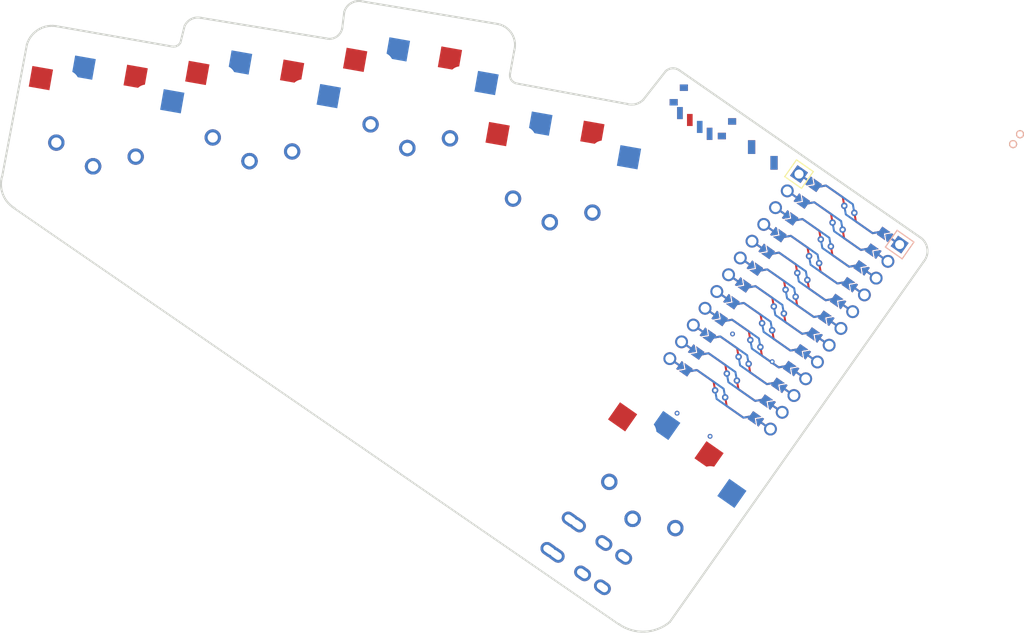
<source format=kicad_pcb>
(kicad_pcb (version 20211014) (generator pcbnew)
  (title_block (title "digits") (rev "v1.0.0") (company "Unknown"))
  (layers (0 "F.Cu" signal) (31 "B.Cu" signal) (34 "B.Paste" user) (35 "F.Paste" user) (36 "B.SilkS" user "B.Silkscreen") (37 "F.SilkS" user "F.Silkscreen") (38 "B.Mask" user) (39 "F.Mask" user) (44 "Edge.Cuts" user))
  (net 0 "")
  (net 1 "P6")
  (net 2 "GND")
  (net 3 "P7")
  (net 4 "P8")
  (net 5 "P9")
  (net 6 "P10")
  (net 7 "RAW")
  (net 8 "RST")
  (net 9 "VCC")
  (net 10 "P21")
  (net 11 "P20")
  (net 12 "P19")
  (net 13 "P18")
  (net 14 "P15")
  (net 15 "P14")
  (net 16 "P16")
  (net 17 "P1")
  (net 18 "P0")
  (net 19 "P2")
  (net 20 "P3")
  (net 21 "P4")
  (net 22 "P5")
  (net 23 "pos")
  (footprint "lib:bat" (layer "F.Cu") (at 219.438071 86.941381 -35)
    (fp_text reference "")
    (fp_text value "")
  )
  (footprint "Button_Switch_SMD:SW_SPST_B3U-1000P" (layer "F.Cu") (at 187.96 88.9 -35)
    (fp_text reference "")
    (fp_text value "")
  )
  (footprint "PG1350" (layer "F.Cu") (at 175.193661 129.207587 -35)
    (fp_text reference "S9" hide)
    (fp_text value "" hide)
  )
  (footprint "PG1350" (layer "F.Cu") (at 175.193661 129.207587 145)
    (fp_text reference "S10" hide)
    (fp_text value "" hide)
  )
  (footprint "ProMicro" (layer "F.Cu") (at 190.680224 107.090481 -125)
    (fp_text reference "MCU1" hide)
    (fp_text value "")
  )
  (footprint "PG1350" (layer "F.Cu") (at 144.890541 82.231838 170)
    (fp_text reference "S6" hide)
    (fp_text value "" hide)
  )
  (footprint "PG1350" (layer "F.Cu") (at 162.56 91.44 170)
    (fp_text reference "S8" hide)
    (fp_text value "" hide)
  )
  (footprint "PG1350" (layer "F.Cu") (at 105.905013 84.496477 170)
    (fp_text reference "S2" hide)
    (fp_text value "" hide)
  )
  (footprint "Button_Switch_SMD:SW_SPDT_PCM12" (layer "F.Cu") (at 180.34 83.82 145)
    (fp_text reference "")
    (fp_text value "")
  )
  (footprint "PG1350" (layer "F.Cu") (at 144.890541 82.231838 -10)
    (fp_text reference "S5" hide)
    (fp_text value "" hide)
  )
  (footprint "PG1350" (layer "F.Cu") (at 125.310953 83.856561 170)
    (fp_text reference "S4" hide)
    (fp_text value "" hide)
  )
  (footprint "PG1350" (layer "F.Cu") (at 125.310953 83.856561 -10)
    (fp_text reference "S3" hide)
    (fp_text value "" hide)
  )
  (footprint "PG1350" (layer "F.Cu") (at 162.56 91.44 -10)
    (fp_text reference "S7" hide)
    (fp_text value "" hide)
  )
  (footprint "VIA-0.6mm" (layer "F.Cu") (at 181.420576 123.801523 -35)
    (fp_text reference "REF**" hide)
    (fp_text value "VIA-0.6mm" hide)
  )
  (footprint "VIA-0.6mm" (layer "F.Cu") (at 177.324816 120.933641 -35)
    (fp_text reference "REF**" hide)
    (fp_text value "VIA-0.6mm" hide)
  )
  (footprint "VIA-0.6mm" (layer "F.Cu") (at 189.122645 114.545275 -35)
    (fp_text reference "REF**" hide)
    (fp_text value "VIA-0.6mm" hide)
  )
  (footprint "VIA-0.6mm" (layer "F.Cu") (at 184.207733 111.103816 -35)
    (fp_text reference "REF**" hide)
    (fp_text value "VIA-0.6mm" hide)
  )
  (footprint "PG1350" (layer "F.Cu") (at 105.905013 84.496477 -10)
    (fp_text reference "S1" hide)
    (fp_text value "" hide)
  )
  (footprint "TRRS-PJ-320A-dual" (layer "F.Cu") (at 170.685774 144.362749 -125)
    (fp_text reference "REF**")
    (fp_text value "TRRS-PJ-320A-dual")
  )
  (gr_line (start 138.096752 69.793612) (end 138.33348 69.83984) (layer "Edge.Cuts") (width 0.2))
  (gr_line (start 93.459046 92.103956) (end 93.514672 91.771978) (layer "Edge.Cuts") (width 0.2))
  (gr_line (start 94.5896 95.070422) (end 94.86392 95.300292) (layer "Edge.Cuts") (width 0.2))
  (gr_line (start 138.324336 69.888608) (end 138.32332 69.888608) (layer "Edge.Cuts") (width 0.2))
  (gr_line (start 172.733462 82.340704) (end 172.931836 82.202528) (layer "Edge.Cuts") (width 0.2))
  (gr_line (start 177.58664 78.352904) (end 177.586894 78.352904) (layer "Edge.Cuts") (width 0.2))
  (gr_line (start 207.817466 99.428554) (end 207.623156 99.24669) (layer "Edge.Cuts") (width 0.2))
  (gr_line (start 173.106334 82.046826) (end 173.107858 82.040984) (layer "Edge.Cuts") (width 0.2))
  (gr_line (start 93.649292 91.460574) (end 93.649292 91.462098) (layer "Edge.Cuts") (width 0.2))
  (gr_line (start 96.902016 74.579734) (end 97.073212 74.29627) (layer "Edge.Cuts") (width 0.2))
  (gr_line (start 174.566326 147.851622) (end 174.15002 147.955762) (layer "Edge.Cuts") (width 0.2))
  (gr_line (start 115.613434 75.077574) (end 115.699794 74.942192) (layer "Edge.Cuts") (width 0.2))
  (gr_line (start 133.753606 74.461116) (end 133.753606 74.461116) (layer "Edge.Cuts") (width 0.2))
  (gr_line (start 173.297088 148.01469) (end 173.721014 147.980146) (layer "Edge.Cuts") (width 0.2))
  (gr_line (start 118.250208 71.915528) (end 118.018814 71.87946) (layer "Edge.Cuts") (width 0.2))
  (gr_line (start 116.50726 72.509634) (end 116.364766 72.706484) (layer "Edge.Cuts") (width 0.2))
  (gr_line (start 93.514672 91.771978) (end 93.601032 91.449398) (layer "Edge.Cuts") (width 0.2))
  (gr_line (start 208.237328 100.101908) (end 208.127346 99.859592) (layer "Edge.Cuts") (width 0.2))
  (gr_line (start 135.38327 73.950068) (end 135.519922 73.775316) (layer "Edge.Cuts") (width 0.2))
  (gr_line (start 99.574604 72.909176) (end 99.250246 72.946768) (layer "Edge.Cuts") (width 0.2))
  (gr_line (start 134.848346 74.338688) (end 135.04418 74.234548) (layer "Edge.Cuts") (width 0.2))
  (gr_line (start 133.974078 74.507598) (end 133.753606 74.461116) (layer "Edge.Cuts") (width 0.2))
  (gr_line (start 97.497138 73.78827) (end 97.74555 73.568814) (layer "Edge.Cuts") (width 0.2))
  (gr_line (start 96.649032 75.193906) (end 96.649794 75.192636) (layer "Edge.Cuts") (width 0.2))
  (gr_line (start 156.612844 79.115158) (end 156.64688 79.290672) (layer "Edge.Cuts") (width 0.2))
  (gr_line (start 93.601032 91.449398) (end 96.649032 75.193906) (layer "Edge.Cuts") (width 0.2))
  (gr_line (start 177.411126 78.252066) (end 177.586386 78.35265) (layer "Edge.Cuts") (width 0.2))
  (gr_line (start 117.526054 71.859648) (end 117.77345 71.829676) (layer "Edge.Cuts") (width 0.2))
  (gr_line (start 176.105312 147.107402) (end 175.744886 147.34032) (layer "Edge.Cuts") (width 0.2))
  (gr_line (start 134.639812 74.414634) (end 134.848346 74.338688) (layer "Edge.Cuts") (width 0.2))
  (gr_line (start 208.367884 100.884736) (end 208.35874 100.618798) (layer "Edge.Cuts") (width 0.2))
  (gr_line (start 172.960538 82.23885) (end 172.757592 82.380328) (layer "Edge.Cuts") (width 0.2))
  (gr_line (start 117.775736 71.875396) (end 117.53469 71.904606) (layer "Edge.Cuts") (width 0.2))
  (gr_line (start 171.196254 147.709636) (end 170.803062 147.537932) (layer "Edge.Cuts") (width 0.2))
  (gr_line (start 156.593032 78.749906) (end 157.101032 75.955906) (layer "Edge.Cuts") (width 0.2))
  (gr_line (start 157.191964 75.038712) (end 157.148784 74.733658) (layer "Edge.Cuts") (width 0.2))
  (gr_line (start 136.919716 70.01891) (end 137.13968 69.914516) (layer "Edge.Cuts") (width 0.2))
  (gr_line (start 118.258844 71.920608) (end 118.258082 71.920862) (layer "Edge.Cuts") (width 0.2))
  (gr_line (start 207.404462 99.095814) (end 207.403954 99.095052) (layer "Edge.Cuts") (width 0.2))
  (gr_line (start 136.283192 70.671944) (end 136.156954 70.898512) (layer "Edge.Cuts") (width 0.2))
  (gr_line (start 156.85008 73.853802) (end 156.998416 74.1299) (layer "Edge.Cuts") (width 0.2))
  (gr_line (start 174.553626 147.807934) (end 174.95647 147.671028) (layer "Edge.Cuts") (width 0.2))
  (gr_line (start 207.413098 99.097084) (end 207.404462 99.095814) (layer "Edge.Cuts") (width 0.2))
  (gr_line (start 136.623298 70.2818) (end 136.439656 70.465188) (layer "Edge.Cuts") (width 0.2))
  (gr_line (start 176.062386 78.355698) (end 176.237138 78.254352) (layer "Edge.Cuts") (width 0.2))
  (gr_line (start 171.6024 147.848574) (end 171.196254 147.709636) (layer "Edge.Cuts") (width 0.2))
  (gr_line (start 175.904398 78.48219) (end 175.904398 78.48219) (layer "Edge.Cuts") (width 0.2))
  (gr_line (start 136.01954 71.127112) (end 136.106408 70.899528) (layer "Edge.Cuts") (width 0.2))
  (gr_line (start 173.145196 82.074004) (end 173.145196 82.074004) (layer "Edge.Cuts") (width 0.2))
  (gr_line (start 208.404206 100.614226) (end 208.41335 100.88626) (layer "Edge.Cuts") (width 0.2))
  (gr_line (start 207.623156 99.24669) (end 207.414114 99.097338) (layer "Edge.Cuts") (width 0.2))
  (gr_line (start 136.018778 71.13143) (end 136.019794 71.129398) (layer "Edge.Cuts") (width 0.2))
  (gr_line (start 157.033468 79.89697) (end 156.88818 79.779368) (layer "Edge.Cuts") (width 0.2))
  (gr_line (start 116.644674 72.300338) (end 116.84 72.145652) (layer "Edge.Cuts") (width 0.2))
  (gr_line (start 156.567124 79.119984) (end 156.563822 78.93304) (layer "Edge.Cuts") (width 0.2))
  (gr_line (start 118.018814 71.87946) (end 117.775736 71.875396) (layer "Edge.Cuts") (width 0.2))
  (gr_line (start 133.76148 74.41184) (end 133.76275 74.412602) (layer "Edge.Cuts") (width 0.2))
  (gr_line (start 138.314684 69.882512) (end 138.06932 69.83603) (layer "Edge.Cuts") (width 0.2))
  (gr_line (start 208.35874 100.618798) (end 208.315052 100.356416) (layer "Edge.Cuts") (width 0.2))
  (gr_line (start 117.53469 71.904606) (end 117.29974 71.966582) (layer "Edge.Cuts") (width 0.2))
  (gr_line (start 95.135319 95.538925) (end 170.065319 147.100925) (layer "Edge.Cuts") (width 0.2))
  (gr_line (start 176.824132 78.165452) (end 176.629314 78.180438) (layer "Edge.Cuts") (width 0.2))
  (gr_line (start 157.148784 74.733658) (end 157.070044 74.435716) (layer "Edge.Cuts") (width 0.2))
  (gr_line (start 155.946348 73.014332) (end 155.674568 72.869044) (layer "Edge.Cuts") (width 0.2))
  (gr_line (start 176.237138 78.254352) (end 176.425352 78.17993) (layer "Edge.Cuts") (width 0.2))
  (gr_line (start 208.282286 101.408738) (end 208.34223 101.149658) (layer "Edge.Cuts") (width 0.2))
  (gr_line (start 97.111312 74.321924) (end 96.942402 74.601324) (layer "Edge.Cuts") (width 0.2))
  (gr_line (start 171.212764 147.666964) (end 171.615354 147.804632) (layer "Edge.Cuts") (width 0.2))
  (gr_line (start 135.764778 73.16343) (end 136.018778 71.13143) (layer "Edge.Cuts") (width 0.2))
  (gr_line (start 115.529106 75.23607) (end 115.386866 75.342496) (layer "Edge.Cuts") (width 0.2))
  (gr_line (start 156.602684 79.303372) (end 156.567124 79.119984) (layer "Edge.Cuts") (width 0.2))
  (gr_line (start 135.814054 73.170288) (end 135.814054 73.170796) (layer "Edge.Cuts") (width 0.2))
  (gr_line (start 207.905096 102.108) (end 207.905858 102.107492) (layer "Edge.Cuts") (width 0.2))
  (gr_line (start 177.025554 78.133956) (end 177.222912 78.178406) (layer "Edge.Cuts") (width 0.2))
  (gr_line (start 136.22147 70.684644) (end 136.362694 70.486016) (layer "Edge.Cuts") (width 0.2))
  (gr_line (start 115.362736 75.303126) (end 115.498118 75.201526) (layer "Edge.Cuts") (width 0.2))
  (gr_line (start 208.02346 99.60737) (end 208.167478 99.838002) (layer "Edge.Cuts") (width 0.2))
  (gr_line (start 136.439656 70.465188) (end 136.283192 70.671944) (layer "Edge.Cuts") (width 0.2))
  (gr_line (start 207.431894 99.054158) (end 207.651858 99.211384) (layer "Edge.Cuts") (width 0.2))
  (gr_line (start 156.42971 73.395078) (end 156.199078 73.190608) (layer "Edge.Cuts") (width 0.2))
  (gr_line (start 157.383988 79.99984) (end 171.099988 82.53984) (layer "Edge.Cuts") (width 0.2))
  (gr_line (start 134.201662 74.476864) (end 134.422896 74.461116) (layer "Edge.Cuts") (width 0.2))
  (gr_line (start 207.915002 102.10165) (end 208.0641 101.892862) (layer "Edge.Cuts") (width 0.2))
  (gr_line (start 134.4295 74.506836) (end 134.201916 74.523092) (layer "Edge.Cuts") (width 0.2))
  (gr_line (start 157.37713 80.001364) (end 157.383988 79.99984) (layer "Edge.Cuts") (width 0.2))
  (gr_line (start 100.233734 72.88784) (end 114.711734 75.42784) (layer "Edge.Cuts") (width 0.2))
  (gr_line (start 115.211098 75.379072) (end 115.362736 75.303126) (layer "Edge.Cuts") (width 0.2))
  (gr_line (start 96.64954 75.191366) (end 96.64954 75.191366) (layer "Edge.Cuts") (width 0.2))
  (gr_line (start 207.403192 99.095052) (end 177.558192 78.394052) (layer "Edge.Cuts") (width 0.2))
  (gr_line (start 136.830562 70.12559) (end 136.623298 70.2818) (layer "Edge.Cuts") (width 0.2))
  (gr_line (start 93.552264 93.228414) (end 93.642942 93.574616) (layer "Edge.Cuts") (width 0.2))
  (gr_line (start 176.445672 146.845528) (end 176.105312 147.107402) (layer "Edge.Cuts") (width 0.2))
  (gr_line (start 208.167478 99.838002) (end 208.28 100.085652) (layer "Edge.Cuts") (width 0.2))
  (gr_line (start 156.88818 79.779368) (end 156.765752 79.638144) (layer "Edge.Cuts") (width 0.2))
  (gr_line (start 156.669486 79.47787) (end 156.602684 79.303372) (layer "Edge.Cuts") (width 0.2))
  (gr_line (start 175.366426 147.542758) (end 174.972726 147.7137) (layer "Edge.Cuts") (width 0.2))
  (gr_line (start 155.098496 72.63384) (end 155.401772 72.713342) (layer "Edge.Cuts") (width 0.2))
  (gr_line (start 171.328588 82.647028) (end 171.090844 82.589116) (layer "Edge.Cuts") (width 0.2))
  (gr_line (start 156.920184 79.746094) (end 157.059122 79.85887) (layer "Edge.Cuts") (width 0.2))
  (gr_line (start 156.63672 78.767432) (end 156.609796 78.936342) (layer "Edge.Cuts") (width 0.2))
  (gr_line (start 133.771386 74.417936) (end 133.980428 74.461878) (layer "Edge.Cuts") (width 0.2))
  (gr_line (start 93.443552 92.776294) (end 93.43517 92.439744) (layer "Edge.Cuts") (width 0.2))
  (gr_line (start 136.362694 70.486016) (end 136.527794 70.3072) (layer "Edge.Cuts") (width 0.2))
  (gr_line (start 97.529142 73.821036) (end 97.3074 74.060812) (layer "Edge.Cuts") (width 0.2))
  (gr_line (start 171.109386 82.545936) (end 171.33697 82.601308) (layer "Edge.Cuts") (width 0.2))
  (gr_line (start 155.098496 72.681084) (end 155.089352 72.683116) (layer "Edge.Cuts") (width 0.2))
  (gr_line (start 156.765752 79.638144) (end 156.669486 79.47787) (layer "Edge.Cuts") (width 0.2))
  (gr_line (start 94.86392 95.300292) (end 95.151702 95.495364) (layer "Edge.Cuts") (width 0.2))
  (gr_line (start 176.44999 146.840956) (end 176.447196 146.842734) (layer "Edge.Cuts") (width 0.2))
  (gr_line (start 173.726602 148.025612) (end 173.298866 148.06041) (layer "Edge.Cuts") (width 0.2))
  (gr_line (start 172.02785 147.908772) (end 172.447458 147.978876) (layer "Edge.Cuts") (width 0.2))
  (gr_line (start 175.721772 147.30095) (end 176.07915 147.070064) (layer "Edge.Cuts") (width 0.2))
  (gr_line (start 137.551922 69.847206) (end 137.299192 69.906388) (layer "Edge.Cuts") (width 0.2))
  (gr_line (start 172.931836 82.202528) (end 173.106334 82.046826) (layer "Edge.Cuts") (width 0.2))
  (gr_line (start 170.448224 147.295362) (end 170.822874 147.496784) (layer "Edge.Cuts") (width 0.2))
  (gr_line (start 135.71474 73.377806) (end 135.76681 73.170796) (layer "Edge.Cuts") (width 0.2))
  (gr_line (start 114.703352 75.477116) (end 114.703352 75.477116) (layer "Edge.Cuts") (width 0.2))
  (gr_line (start 118.269004 71.872094) (end 133.76148 74.41184) (layer "Edge.Cuts") (width 0.2))
  (gr_line (start 170.098974 147.068032) (end 170.099482 147.068794) (layer "Edge.Cuts") (width 0.2))
  (gr_line (start 171.577 82.629756) (end 171.819062 82.628994) (layer "Edge.Cuts") (width 0.2))
  (gr_line (start 115.386866 75.342496) (end 115.227862 75.421998) (layer "Edge.Cuts") (width 0.2))
  (gr_line (start 176.409096 146.812) (end 207.905096 102.108) (layer "Edge.Cuts") (width 0.2))
  (gr_line (start 171.819062 82.628994) (end 172.059092 82.599022) (layer "Edge.Cuts") (width 0.2))
  (gr_line (start 95.135446 95.539052) (end 95.135446 95.539052) (layer "Edge.Cuts") (width 0.2))
  (gr_line (start 114.879882 75.444096) (end 115.048538 75.42657) (layer "Edge.Cuts") (width 0.2))
  (gr_line (start 116.20881 72.902318) (end 116.325904 72.682354) (layer "Edge.Cuts") (width 0.2))
  (gr_line (start 157.10789 75.945492) (end 157.170374 75.653646) (layer "Edge.Cuts") (width 0.2))
  (gr_line (start 93.43517 92.439744) (end 93.459046 92.103956) (layer "Edge.Cuts") (width 0.2))
  (gr_line (start 136.06653 71.13143) (end 136.068308 71.137526) (layer "Edge.Cuts") (width 0.2))
  (gr_line (start 157.193488 74.724768) (end 157.23743 75.035156) (layer "Edge.Cuts") (width 0.2))
  (gr_line (start 99.242626 72.901556) (end 99.57181 72.863456) (layer "Edge.Cuts") (width 0.2))
  (gr_line (start 155.089352 72.683116) (end 138.325352 69.889116) (layer "Edge.Cuts") (width 0.2))
  (gr_line (start 97.073212 74.29627) (end 97.272348 74.031348) (layer "Edge.Cuts") (width 0.2))
  (gr_line (start 157.215332 75.660504) (end 157.150054 75.964796) (layer "Edge.Cuts") (width 0.2))
  (gr_line (start 135.814054 73.170796) (end 135.758428 73.392284) (layer "Edge.Cuts") (width 0.2))
  (gr_line (start 137.81024 69.823584) (end 137.551922 69.847206) (layer "Edge.Cuts") (width 0.2))
  (gr_line (start 114.711734 75.42784) (end 114.718592 75.432158) (layer "Edge.Cuts") (width 0.2))
  (gr_line (start 95.151702 95.495364) (end 95.153734 95.495618) (layer "Edge.Cuts") (width 0.2))
  (gr_line (start 177.391314 78.293722) (end 177.209196 78.222856) (layer "Edge.Cuts") (width 0.2))
  (gr_line (start 136.068308 71.137526) (end 135.814308 73.169526) (layer "Edge.Cuts") (width 0.2))
  (gr_line (start 170.099482 147.068794) (end 170.448224 147.295362) (layer "Edge.Cuts") (width 0.2))
  (gr_line (start 157.150054 75.96505) (end 156.642054 78.75905) (layer "Edge.Cuts") (width 0.2))
  (gr_line (start 133.980428 74.461878) (end 134.201662 74.476864) (layer "Edge.Cuts") (width 0.2))
  (gr_line (start 173.298866 148.06041) (end 172.869606 148.059902) (layer "Edge.Cuts") (width 0.2))
  (gr_line (start 137.853674 69.777864) (end 138.096752 69.793612) (layer "Edge.Cuts") (width 0.2))
  (gr_line (start 136.714484 70.150736) (end 136.919716 70.01891) (layer "Edge.Cuts") (width 0.2))
  (gr_line (start 118.258082 71.920862) (end 118.250716 71.915782) (layer "Edge.Cuts") (width 0.2))
  (gr_line (start 155.693618 72.827896) (end 155.96997 72.97547) (layer "Edge.Cuts") (width 0.2))
  (gr_line (start 207.906112 102.10673) (end 207.913986 102.102412) (layer "Edge.Cuts") (width 0.2))
  (gr_line (start 208.359502 100.346002) (end 208.404206 100.614226) (layer "Edge.Cuts") (width 0.2))
  (gr_line (start 138.33348 69.83984) (end 138.333734 69.83984) (layer "Edge.Cuts") (width 0.2))
  (gr_line (start 174.972726 147.7137) (end 174.566326 147.851622) (layer "Edge.Cuts") (width 0.2))
  (gr_line (start 208.189068 101.657912) (end 208.282286 101.408738) (layer "Edge.Cuts") (width 0.2))
  (gr_line (start 115.048538 75.42657) (end 115.211098 75.379072) (layer "Edge.Cuts") (width 0.2))
  (gr_line (start 157.070044 74.435716) (end 156.957014 74.149204) (layer "Edge.Cuts") (width 0.2))
  (gr_line (start 98.604578 73.076308) (end 98.919284 72.972676) (layer "Edge.Cuts") (width 0.2))
  (gr_line (start 133.764274 74.412348) (end 133.770878 74.417428) (layer "Edge.Cuts") (width 0.2))
  (gr_line (start 115.699286 74.938382) (end 116.207286 72.906382) (layer "Edge.Cuts") (width 0.2))
  (gr_line (start 93.650054 91.45905) (end 93.649292 91.460574) (layer "Edge.Cuts") (width 0.2))
  (gr_line (start 172.293788 82.540348) (end 172.519594 82.453988) (layer "Edge.Cuts") (width 0.2))
  (gr_line (start 176.622456 78.134718) (end 176.823878 78.119224) (layer "Edge.Cuts") (width 0.2))
  (gr_line (start 118.022624 71.83374) (end 118.26748 71.87184) (layer "Edge.Cuts") (width 0.2))
  (gr_line (start 117.77345 71.829676) (end 118.022624 71.83374) (layer "Edge.Cuts") (width 0.2))
  (gr_line (start 157.244796 75.348592) (end 157.215332 75.660504) (layer "Edge.Cuts") (width 0.2))
  (gr_line (start 171.33697 82.601308) (end 171.577 82.629756) (layer "Edge.Cuts") (width 0.2))
  (gr_line (start 157.150054 75.964796) (end 157.150054 75.96505) (layer "Edge.Cuts") (width 0.2))
  (gr_line (start 135.41756 73.981056) (end 135.253222 74.139552) (layer "Edge.Cuts") (width 0.2))
  (gr_line (start 173.145958 82.072734) (end 173.145196 82.074004) (layer "Edge.Cuts") (width 0.2))
  (gr_line (start 177.586386 78.35265) (end 177.58664 78.352904) (layer "Edge.Cuts") (width 0.2))
  (gr_line (start 98.302064 73.211182) (end 98.604578 73.076308) (layer "Edge.Cuts") (width 0.2))
  (gr_line (start 176.425352 78.17993) (end 176.622456 78.134718) (layer "Edge.Cuts") (width 0.2))
  (gr_line (start 156.593032 78.75016) (end 156.593032 78.749906) (layer "Edge.Cuts") (width 0.2))
  (gr_line (start 116.865908 72.183498) (end 116.675408 72.334374) (layer "Edge.Cuts") (width 0.2))
  (gr_line (start 207.431894 99.053904) (end 207.431894 99.054158) (layer "Edge.Cuts") (width 0.2))
  (gr_line (start 116.2558 72.918574) (end 115.7478 74.950574) (layer "Edge.Cuts") (width 0.2))
  (gr_line (start 93.768418 93.909642) (end 93.92793 94.229936) (layer "Edge.Cuts") (width 0.2))
  (gr_line (start 176.088548 78.394052) (end 175.942498 78.510892) (layer "Edge.Cuts") (width 0.2))
  (gr_line (start 115.498118 75.201526) (end 115.613434 75.077574) (layer "Edge.Cuts") (width 0.2))
  (gr_line (start 174.95647 147.671028) (end 175.346614 147.50161) (layer "Edge.Cuts") (width 0.2))
  (gr_line (start 100.23348 72.88784) (end 100.233734 72.88784) (layer "Edge.Cuts") (width 0.2))
  (gr_line (start 208.0641 101.892862) (end 208.189068 101.657912) (layer "Edge.Cuts") (width 0.2))
  (gr_line (start 98.322892 73.252076) (end 98.039428 73.414382) (layer "Edge.Cuts") (width 0.2))
  (gr_line (start 99.903026 72.858884) (end 100.232718 72.88784) (layer "Edge.Cuts") (width 0.2))
  (gr_line (start 171.090844 82.589116) (end 157.375098 80.049116) (layer "Edge.Cuts") (width 0.2))
  (gr_line (start 171.109132 82.545936) (end 171.109386 82.545936) (layer "Edge.Cuts") (width 0.2))
  (gr_line (start 171.821856 82.675222) (end 171.57446 82.675984) (layer "Edge.Cuts") (width 0.2))
  (gr_line (start 137.05713 69.999606) (end 136.830562 70.12559) (layer "Edge.Cuts") (width 0.2))
  (gr_line (start 207.651858 99.211384) (end 207.85074 99.397312) (layer "Edge.Cuts") (width 0.2))
  (gr_line (start 157.215586 79.945738) (end 157.37713 80.001364) (layer "Edge.Cuts") (width 0.2))
  (gr_line (start 134.652766 74.459084) (end 134.4295 74.506836) (layer "Edge.Cuts") (width 0.2))
  (gr_line (start 95.16237 95.497142) (end 95.162878 95.49765) (layer "Edge.Cuts") (width 0.2))
  (gr_line (start 177.222912 78.178406) (end 177.411126 78.252066) (layer "Edge.Cuts") (width 0.2))
  (gr_line (start 155.097988 72.634094) (end 155.098496 72.63384) (layer "Edge.Cuts") (width 0.2))
  (gr_line (start 172.059092 82.599022) (end 172.293788 82.540348) (layer "Edge.Cuts") (width 0.2))
  (gr_line (start 170.803062 147.537932) (end 170.42511 147.334478) (layer "Edge.Cuts") (width 0.2))
  (gr_line (start 138.316462 69.883528) (end 138.314684 69.882512) (layer "Edge.Cuts") (width 0.2))
  (gr_line (start 93.47962 92.517468) (end 93.497654 92.874846) (layer "Edge.Cuts") (width 0.2))
  (gr_line (start 156.6418 78.760574) (end 156.63672 78.767432) (layer "Edge.Cuts") (width 0.2))
  (gr_line (start 98.919284 72.972676) (end 99.242626 72.901556) (layer "Edge.Cuts") (width 0.2))
  (gr_line (start 208.28 100.085652) (end 208.359502 100.346002) (layer "Edge.Cuts") (width 0.2))
  (gr_line (start 96.760284 74.8792) (end 96.902016 74.579734) (layer "Edge.Cuts") (width 0.2))
  (gr_line (start 98.014536 73.376028) (end 98.302064 73.211182) (layer "Edge.Cuts") (width 0.2))
  (gr_line (start 134.867142 74.380852) (end 134.652766 74.459084) (layer "Edge.Cuts") (width 0.2))
  (gr_line (start 93.553788 91.806776) (end 93.498416 92.16009) (layer "Edge.Cuts") (width 0.2))
  (gr_line (start 175.744886 147.34032) (end 175.366426 147.542758) (layer "Edge.Cuts") (width 0.2))
  (gr_line (start 115.745768 74.955908) (end 115.65001 75.105768) (layer "Edge.Cuts") (width 0.2))
  (gr_line (start 133.770878 74.417428) (end 133.771386 74.417936) (layer "Edge.Cuts") (width 0.2))
  (gr_line (start 100.225098 72.937116) (end 100.217732 72.93229) (layer "Edge.Cuts") (width 0.2))
  (gr_line (start 172.44187 148.024088) (end 172.018452 147.953476) (layer "Edge.Cuts") (width 0.2))
  (gr_line (start 134.201916 74.523092) (end 133.974078 74.507598) (layer "Edge.Cuts") (width 0.2))
  (gr_line (start 156.461968 73.36282) (end 156.670502 73.596754) (layer "Edge.Cuts") (width 0.2))
  (gr_line (start 208.230724 101.676708) (end 208.102962 101.916992) (layer "Edge.Cuts") (width 0.2))
  (gr_line (start 97.74555 73.568814) (end 98.014536 73.376028) (layer "Edge.Cuts") (width 0.2))
  (gr_line (start 135.814308 73.169526) (end 135.814054 73.170288) (layer "Edge.Cuts") (width 0.2))
  (gr_line (start 173.107858 82.040984) (end 175.901858 78.484984) (layer "Edge.Cuts") (width 0.2))
  (gr_line (start 170.093894 147.060158) (end 170.093894 147.060158) (layer "Edge.Cuts") (width 0.2))
  (gr_line (start 174.15002 147.955762) (end 173.726602 148.025612) (layer "Edge.Cuts") (width 0.2))
  (gr_line (start 172.538644 82.496152) (end 172.307758 82.584544) (layer "Edge.Cuts") (width 0.2))
  (gr_line (start 135.068564 74.273664) (end 134.867142 74.380852) (layer "Edge.Cuts") (width 0.2))
  (gr_line (start 116.675408 72.334374) (end 116.50726 72.509634) (layer "Edge.Cuts") (width 0.2))
  (gr_line (start 208.34223 101.149658) (end 208.367884 100.884736) (layer "Edge.Cuts") (width 0.2))
  (gr_line (start 156.642054 78.75905) (end 156.641546 78.759558) (layer "Edge.Cuts") (width 0.2))
  (gr_line (start 117.285008 71.923148) (end 117.526054 71.859648) (layer "Edge.Cuts") (width 0.2))
  (gr_line (start 157.19933 75.346814) (end 157.191964 75.038712) (layer "Edge.Cuts") (width 0.2))
  (gr_line (start 176.447196 146.842734) (end 176.445672 146.845528) (layer "Edge.Cuts") (width 0.2))
  (gr_line (start 100.232718 72.88784) (end 100.232972 72.887586) (layer "Edge.Cuts") (width 0.2))
  (gr_line (start 134.422896 74.461116) (end 134.639812 74.414634) (layer "Edge.Cuts") (width 0.2))
  (gr_line (start 93.64218 91.471242) (end 93.553788 91.806776) (layer "Edge.Cuts") (width 0.2))
  (gr_line (start 208.127346 99.859592) (end 207.986376 99.63404) (layer "Edge.Cuts") (width 0.2))
  (gr_line (start 170.064938 147.100798) (end 170.065192 147.100798) (layer "Edge.Cuts") (width 0.2))
  (gr_line (start 115.746022 74.95286) (end 115.745768 74.955908) (layer "Edge.Cuts") (width 0.2))
  (gr_line (start 133.753606 74.461116) (end 118.259606 71.921116) (layer "Edge.Cuts") (width 0.2))
  (gr_line (start 136.106408 70.899528) (end 136.22147 70.684644) (layer "Edge.Cuts") (width 0.2))
  (gr_line (start 116.472208 72.480424) (end 116.644674 72.300338) (layer "Edge.Cuts") (width 0.2))
  (gr_line (start 95.162878 95.49765) (end 95.16364 95.497904) (layer "Edge.Cuts") (width 0.2))
  (gr_line (start 137.13968 69.914516) (end 137.371074 69.838824) (layer "Edge.Cuts") (width 0.2))
  (gr_line (start 157.10154 75.953874) (end 157.10662 75.947016) (layer "Edge.Cuts") (width 0.2))
  (gr_line (start 118.26875 71.872094) (end 118.269004 71.872094) (layer "Edge.Cuts") (width 0.2))
  (gr_line (start 135.519922 73.775316) (end 135.631174 73.583546) (layer "Edge.Cuts") (width 0.2))
  (gr_line (start 173.721014 147.980146) (end 174.140876 147.911058) (layer "Edge.Cuts") (width 0.2))
  (gr_line (start 97.773998 73.604882) (end 97.529142 73.821036) (layer "Edge.Cuts") (width 0.2))
  (gr_line (start 98.931222 73.016872) (end 98.621088 73.11898) (layer "Edge.Cuts") (width 0.2))
  (gr_line (start 114.880644 75.490324) (end 114.703606 75.477116) (layer "Edge.Cuts") (width 0.2))
  (gr_line (start 96.649794 75.192636) (end 96.64954 75.191366) (layer "Edge.Cuts") (width 0.2))
  (gr_line (start 172.307758 82.584544) (end 172.067474 82.644742) (layer "Edge.Cuts") (width 0.2))
  (gr_line (start 94.119192 94.53245) (end 94.34068 94.813374) (layer "Edge.Cuts") (width 0.2))
  (gr_line (start 172.869606 148.059902) (end 172.44187 148.024088) (layer "Edge.Cuts") (width 0.2))
  (gr_line (start 156.670502 73.596754) (end 156.85008 73.853802) (layer "Edge.Cuts") (width 0.2))
  (gr_line (start 156.227272 73.154794) (end 156.461968 73.36282) (layer "Edge.Cuts") (width 0.2))
  (gr_line (start 118.26748 71.87184) (end 118.26875 71.872094) (layer "Edge.Cuts") (width 0.2))
  (gr_line (start 93.79204 94.0689) (end 93.658944 93.759782) (layer "Edge.Cuts") (width 0.2))
  (gr_line (start 133.76275 74.412602) (end 133.764274 74.412348) (layer "Edge.Cuts") (width 0.2))
  (gr_line (start 156.634688 73.625202) (end 156.42971 73.395078) (layer "Edge.Cuts") (width 0.2))
  (gr_line (start 207.94599 102.136956) (end 176.44999 146.840956) (layer "Edge.Cuts") (width 0.2))
  (gr_line (start 93.658944 93.759782) (end 93.55582 93.439234) (layer "Edge.Cuts") (width 0.2))
  (gr_line (start 100.232972 72.887586) (end 100.23348 72.88784) (layer "Edge.Cuts") (width 0.2))
  (gr_line (start 155.097734 72.63384) (end 155.097988 72.634094) (layer "Edge.Cuts") (width 0.2))
  (gr_line (start 174.140876 147.911058) (end 174.553626 147.807934) (layer "Edge.Cuts") (width 0.2))
  (gr_line (start 117.075458 72.060054) (end 116.865908 72.183498) (layer "Edge.Cuts") (width 0.2))
  (gr_line (start 93.92793 94.229936) (end 94.119192 94.53245) (layer "Edge.Cuts") (width 0.2))
  (gr_line (start 156.563822 78.93304) (end 156.593032 78.75016) (layer "Edge.Cuts") (width 0.2))
  (gr_line (start 155.96997 72.97547) (end 156.227272 73.154794) (layer "Edge.Cuts") (width 0.2))
  (gr_line (start 114.703098 75.477116) (end 100.225098 72.937116) (layer "Edge.Cuts") (width 0.2))
  (gr_line (start 137.371074 69.838824) (end 137.610596 69.79285) (layer "Edge.Cuts") (width 0.2))
  (gr_line (start 137.299192 69.906388) (end 137.05713 69.999606) (layer "Edge.Cuts") (width 0.2))
  (gr_line (start 138.333734 69.83984) (end 155.097734 72.63384) (layer "Edge.Cuts") (width 0.2))
  (gr_line (start 116.255038 72.912732) (end 116.2558 72.918574) (layer "Edge.Cuts") (width 0.2))
  (gr_line (start 156.998416 74.1299) (end 157.113478 74.421492) (layer "Edge.Cuts") (width 0.2))
  (gr_line (start 175.941228 78.515972) (end 173.147228 82.071972) (layer "Edge.Cuts") (width 0.2))
  (gr_line (start 208.387188 101.157024) (end 208.325974 101.421946) (layer "Edge.Cuts") (width 0.2))
  (gr_line (start 208.315052 100.356416) (end 208.237328 100.101908) (layer "Edge.Cuts") (width 0.2))
  (gr_line (start 155.098496 72.681084) (end 155.098496 72.681084) (layer "Edge.Cuts") (width 0.2))
  (gr_line (start 95.153734 95.495618) (end 95.16237 95.497142) (layer "Edge.Cuts") (width 0.2))
  (gr_line (start 155.401772 72.713342) (end 155.693618 72.827896) (layer "Edge.Cuts") (width 0.2))
  (gr_line (start 170.093894 147.060158) (end 170.098974 147.068032) (layer "Edge.Cuts") (width 0.2))
  (gr_line (start 96.942402 74.601324) (end 96.802702 74.896726) (layer "Edge.Cuts") (width 0.2))
  (gr_line (start 117.29974 71.966582) (end 117.075458 72.060054) (layer "Edge.Cuts") (width 0.2))
  (gr_line (start 157.113478 74.421492) (end 157.193488 74.724768) (layer "Edge.Cuts") (width 0.2))
  (gr_line (start 136.019794 71.129398) (end 136.01954 71.127112) (layer "Edge.Cuts") (width 0.2))
  (gr_line (start 138.325352 69.889116) (end 138.324336 69.888608) (layer "Edge.Cuts") (width 0.2))
  (gr_line (start 176.40808 146.81708) (end 176.409096 146.812) (layer "Edge.Cuts") (width 0.2))
  (gr_line (start 94.358206 94.901258) (end 94.143322 94.642178) (layer "Edge.Cuts") (width 0.2))
  (gr_line (start 116.208556 72.904604) (end 116.20881 72.902318) (layer "Edge.Cuts") (width 0.2))
  (gr_line (start 171.099988 82.53984) (end 171.101258 82.540602) (layer "Edge.Cuts") (width 0.2))
  (gr_line (start 207.403954 99.095052) (end 207.403192 99.095052) (layer "Edge.Cuts") (width 0.2))
  (gr_line (start 93.642942 93.574616) (end 93.768418 93.909642) (layer "Edge.Cuts") (width 0.2))
  (gr_line (start 172.018452 147.953476) (end 171.6024 147.848574) (layer "Edge.Cuts") (width 0.2))
  (gr_line (start 116.364766 72.706484) (end 116.255038 72.912732) (layer "Edge.Cuts") (width 0.2))
  (gr_line (start 175.901858 78.484984) (end 175.903636 78.483968) (layer "Edge.Cuts") (width 0.2))
  (gr_line (start 156.64688 79.290672) (end 156.710888 79.457804) (layer "Edge.Cuts") (width 0.2))
  (gr_line (start 135.672576 73.603612) (end 135.558276 73.801224) (layer "Edge.Cuts") (width 0.2))
  (gr_line (start 96.698054 75.20305) (end 93.650054 91.45905) (layer "Edge.Cuts") (width 0.2))
  (gr_line (start 93.953838 94.364048) (end 93.79204 94.0689) (layer "Edge.Cuts") (width 0.2))
  (gr_line (start 138.32332 69.888608) (end 138.316462 69.883528) (layer "Edge.Cuts") (width 0.2))
  (gr_line (start 207.905858 102.107492) (end 207.906112 102.10673) (layer "Edge.Cuts") (width 0.2))
  (gr_line (start 173.147228 82.071972) (end 173.145958 82.072734) (layer "Edge.Cuts") (width 0.2))
  (gr_line (start 177.554128 78.387448) (end 177.391314 78.293722) (layer "Edge.Cuts") (width 0.2))
  (gr_line (start 207.85074 99.397312) (end 208.02346 99.60737) (layer "Edge.Cuts") (width 0.2))
  (gr_line (start 96.69653 75.195938) (end 96.698054 75.20305) (layer "Edge.Cuts") (width 0.2))
  (gr_line (start 157.23743 75.035156) (end 157.244796 75.348592) (layer "Edge.Cuts") (width 0.2))
  (gr_line (start 157.10662 75.947016) (end 157.10789 75.945492) (layer "Edge.Cuts") (width 0.2))
  (gr_line (start 97.272348 74.031348) (end 97.497138 73.78827) (layer "Edge.Cuts") (width 0.2))
  (gr_line (start 207.986376 99.63404) (end 207.817466 99.428554) (layer "Edge.Cuts") (width 0.2))
  (gr_line (start 207.414114 99.097338) (end 207.413098 99.097084) (layer "Edge.Cuts") (width 0.2))
  (gr_line (start 93.644212 91.468194) (end 93.64218 91.471242) (layer "Edge.Cuts") (width 0.2))
  (gr_line (start 93.497654 92.874846) (end 93.552264 93.228414) (layer "Edge.Cuts") (width 0.2))
  (gr_line (start 115.7478 74.950574) (end 115.746022 74.95286) (layer "Edge.Cuts") (width 0.2))
  (gr_line (start 157.101032 75.955906) (end 157.10154 75.95489) (layer "Edge.Cuts") (width 0.2))
  (gr_line (start 207.94599 102.136956) (end 207.94599 102.136956) (layer "Edge.Cuts") (width 0.2))
  (gr_line (start 135.76681 73.170796) (end 135.764778 73.16343) (layer "Edge.Cuts") (width 0.2))
  (gr_line (start 114.703352 75.477116) (end 114.703098 75.477116) (layer "Edge.Cuts") (width 0.2))
  (gr_line (start 157.170374 75.653646) (end 157.19933 75.346814) (layer "Edge.Cuts") (width 0.2))
  (gr_line (start 93.649292 91.462098) (end 93.644212 91.468194) (layer "Edge.Cuts") (width 0.2))
  (gr_line (start 116.84 72.145652) (end 117.054884 72.01916) (layer "Edge.Cuts") (width 0.2))
  (gr_line (start 98.039428 73.414382) (end 97.773998 73.604882) (layer "Edge.Cuts") (width 0.2))
  (gr_line (start 156.199078 73.190608) (end 155.946348 73.014332) (layer "Edge.Cuts") (width 0.2))
  (gr_line (start 136.156954 70.898512) (end 136.06653 71.13143) (layer "Edge.Cuts") (width 0.2))
  (gr_line (start 135.758428 73.392284) (end 135.672576 73.603612) (layer "Edge.Cuts") (width 0.2))
  (gr_line (start 94.596966 95.138748) (end 94.358206 94.901258) (layer "Edge.Cuts") (width 0.2))
  (gr_line (start 118.259606 71.921116) (end 118.258844 71.920608) (layer "Edge.Cuts") (width 0.2))
  (gr_line (start 157.10154 75.95489) (end 157.10154 75.953874) (layer "Edge.Cuts") (width 0.2))
  (gr_line (start 172.067474 82.644742) (end 171.821856 82.675222) (layer "Edge.Cuts") (width 0.2))
  (gr_line (start 175.942498 78.510892) (end 175.941228 78.515972) (layer "Edge.Cuts") (width 0.2))
  (gr_line (start 176.629314 78.180438) (end 176.439068 78.22438) (layer "Edge.Cuts") (width 0.2))
  (gr_line (start 93.498416 92.16009) (end 93.47962 92.517468) (layer "Edge.Cuts") (width 0.2))
  (gr_line (start 118.250716 71.915782) (end 118.250208 71.915528) (layer "Edge.Cuts") (width 0.2))
  (gr_line (start 176.07915 147.070064) (end 176.40808 146.81708) (layer "Edge.Cuts") (width 0.2))
  (gr_line (start 176.439068 78.22438) (end 176.257458 78.296008) (layer "Edge.Cuts") (width 0.2))
  (gr_line (start 94.143322 94.642178) (end 93.953838 94.364048) (layer "Edge.Cuts") (width 0.2))
  (gr_line (start 100.217732 72.93229) (end 99.901248 72.904604) (layer "Edge.Cuts") (width 0.2))
  (gr_line (start 95.135446 95.539052) (end 94.857316 95.352108) (layer "Edge.Cuts") (width 0.2))
  (gr_line (start 115.227862 75.421998) (end 115.057428 75.471782) (layer "Edge.Cuts") (width 0.2))
  (gr_line (start 177.586894 78.352904) (end 207.431894 99.053904) (layer "Edge.Cuts") (width 0.2))
  (gr_line (start 176.257458 78.296008) (end 176.088548 78.394052) (layer "Edge.Cuts") (width 0.2))
  (gr_line (start 114.718592 75.432158) (end 114.879882 75.444096) (layer "Edge.Cuts") (width 0.2))
  (gr_line (start 176.445672 146.845528) (end 176.445672 146.845528) (layer "Edge.Cuts") (width 0.2))
  (gr_line (start 94.34068 94.813374) (end 94.5896 95.070422) (layer "Edge.Cuts") (width 0.2))
  (gr_line (start 175.346614 147.50161) (end 175.721772 147.30095) (layer "Edge.Cuts") (width 0.2))
  (gr_line (start 173.145196 82.074004) (end 172.960538 82.23885) (layer "Edge.Cuts") (width 0.2))
  (gr_line (start 135.631174 73.583546) (end 135.71474 73.377806) (layer "Edge.Cuts") (width 0.2))
  (gr_line (start 208.325974 101.421946) (end 208.230724 101.676708) (layer "Edge.Cuts") (width 0.2))
  (gr_line (start 177.558192 78.394052) (end 177.554128 78.387448) (layer "Edge.Cuts") (width 0.2))
  (gr_line (start 99.57181 72.863456) (end 99.903026 72.858884) (layer "Edge.Cuts") (width 0.2))
  (gr_line (start 135.558276 73.801224) (end 135.41756 73.981056) (layer "Edge.Cuts") (width 0.2))
  (gr_line (start 137.610596 69.79285) (end 137.853674 69.777864) (layer "Edge.Cuts") (width 0.2))
  (gr_line (start 176.823878 78.119224) (end 177.025554 78.133956) (layer "Edge.Cuts") (width 0.2))
  (gr_line (start 138.06932 69.83603) (end 137.81024 69.823584) (layer "Edge.Cuts") (width 0.2))
  (gr_line (start 177.209196 78.222856) (end 177.01895 78.179676) (layer "Edge.Cuts") (width 0.2))
  (gr_line (start 135.253222 74.139552) (end 135.068564 74.273664) (layer "Edge.Cuts") (width 0.2))
  (gr_line (start 135.223758 74.104246) (end 135.38327 73.950068) (layer "Edge.Cuts") (width 0.2))
  (gr_line (start 98.621088 73.11898) (end 98.322892 73.252076) (layer "Edge.Cuts") (width 0.2))
  (gr_line (start 171.101258 82.540602) (end 171.102782 82.540602) (layer "Edge.Cuts") (width 0.2))
  (gr_line (start 156.957014 74.149204) (end 156.811218 73.877678) (layer "Edge.Cuts") (width 0.2))
  (gr_line (start 171.615354 147.804632) (end 172.02785 147.908772) (layer "Edge.Cuts") (width 0.2))
  (gr_line (start 99.901248 72.904604) (end 99.574604 72.909176) (layer "Edge.Cuts") (width 0.2))
  (gr_line (start 156.811218 73.877678) (end 156.634688 73.625202) (layer "Edge.Cuts") (width 0.2))
  (gr_line (start 175.904398 78.48219) (end 176.062386 78.355698) (layer "Edge.Cuts") (width 0.2))
  (gr_line (start 118.26748 71.87184) (end 118.26748 71.87184) (layer "Edge.Cuts") (width 0.2))
  (gr_line (start 116.207286 72.906382) (end 116.208556 72.904604) (layer "Edge.Cuts") (width 0.2))
  (gr_line (start 93.483938 93.110558) (end 93.443552 92.776294) (layer "Edge.Cuts") (width 0.2))
  (gr_line (start 116.325904 72.682354) (end 116.472208 72.480424) (layer "Edge.Cuts") (width 0.2))
  (gr_line (start 114.703606 75.477116) (end 114.703352 75.477116) (layer "Edge.Cuts") (width 0.2))
  (gr_line (start 156.710888 79.457804) (end 156.80309 79.61122) (layer "Edge.Cuts") (width 0.2))
  (gr_line (start 172.871638 148.014182) (end 173.297088 148.01469) (layer "Edge.Cuts") (width 0.2))
  (gr_line (start 157.059122 79.85887) (end 157.215586 79.945738) (layer "Edge.Cuts") (width 0.2))
  (gr_line (start 177.58664 78.352904) (end 177.58664 78.352904) (layer "Edge.Cuts") (width 0.2))
  (gr_line (start 172.447458 147.978876) (end 172.871638 148.014182) (layer "Edge.Cuts") (width 0.2))
  (gr_line (start 170.065192 147.100798) (end 95.135446 95.539052) (layer "Edge.Cuts") (width 0.2))
  (gr_line (start 175.903636 78.483968) (end 175.904398 78.48219) (layer "Edge.Cuts") (width 0.2))
  (gr_line (start 171.102782 82.540602) (end 171.109132 82.545936) (layer "Edge.Cuts") (width 0.2))
  (gr_line (start 117.054884 72.01916) (end 117.285008 71.923148) (layer "Edge.Cuts") (width 0.2))
  (gr_line (start 115.65001 75.105768) (end 115.529106 75.23607) (layer "Edge.Cuts") (width 0.2))
  (gr_line (start 170.42511 147.334478) (end 170.064938 147.100798) (layer "Edge.Cuts") (width 0.2))
  (gr_line (start 170.822874 147.496784) (end 171.212764 147.666964) (layer "Edge.Cuts") (width 0.2))
  (gr_line (start 156.609796 78.936342) (end 156.612844 79.115158) (layer "Edge.Cuts") (width 0.2))
  (gr_line (start 156.80309 79.61122) (end 156.920184 79.746094) (layer "Edge.Cuts") (width 0.2))
  (gr_line (start 170.09364 147.059904) (end 170.093894 147.060158) (layer "Edge.Cuts") (width 0.2))
  (gr_line (start 135.04418 74.234548) (end 135.223758 74.104246) (layer "Edge.Cuts") (width 0.2))
  (gr_line (start 93.55582 93.439234) (end 93.483938 93.110558) (layer "Edge.Cuts") (width 0.2))
  (gr_line (start 97.3074 74.060812) (end 97.111312 74.321924) (layer "Edge.Cuts") (width 0.2))
  (gr_line (start 96.802702 74.896726) (end 96.69653 75.195938) (layer "Edge.Cuts") (width 0.2))
  (gr_line (start 115.699794 74.942192) (end 115.699286 74.938382) (layer "Edge.Cuts") (width 0.2))
  (gr_line (start 208.102962 101.916992) (end 207.94599 102.136956) (layer "Edge.Cuts") (width 0.2))
  (gr_line (start 156.641546 78.759558) (end 156.6418 78.760574) (layer "Edge.Cuts") (width 0.2))
  (gr_line (start 157.373574 80.048608) (end 157.19679 79.987648) (layer "Edge.Cuts") (width 0.2))
  (gr_line (start 207.913986 102.102412) (end 207.915002 102.10165) (layer "Edge.Cuts") (width 0.2))
  (gr_line (start 155.387548 72.756776) (end 155.098496 72.681084) (layer "Edge.Cuts") (width 0.2))
  (gr_line (start 157.375098 80.049116) (end 157.374336 80.048608) (layer "Edge.Cuts") (width 0.2))
  (gr_line (start 171.57446 82.675984) (end 171.328588 82.647028) (layer "Edge.Cuts") (width 0.2))
  (gr_line (start 157.19679 79.987648) (end 157.033468 79.89697) (layer "Edge.Cuts") (width 0.2))
  (gr_line (start 157.374336 80.048608) (end 157.373574 80.048608) (layer "Edge.Cuts") (width 0.2))
  (gr_line (start 99.250246 72.946768) (end 98.931222 73.016872) (layer "Edge.Cuts") (width 0.2))
  (gr_line (start 118.269004 71.872094) (end 118.269004 71.872094) (layer "Edge.Cuts") (width 0.2))
  (gr_line (start 136.527794 70.3072) (end 136.714484 70.150736) (layer "Edge.Cuts") (width 0.2))
  (gr_line (start 208.41335 100.88626) (end 208.387188 101.157024) (layer "Edge.Cuts") (width 0.2))
  (gr_line (start 177.01895 78.179676) (end 176.824132 78.165452) (layer "Edge.Cuts") (width 0.2))
  (gr_line (start 155.674568 72.869044) (end 155.387548 72.756776) (layer "Edge.Cuts") (width 0.2))
  (gr_line (start 172.519594 82.453988) (end 172.733462 82.340704) (layer "Edge.Cuts") (width 0.2))
  (gr_line (start 94.857316 95.352108) (end 94.596966 95.138748) (layer "Edge.Cuts") (width 0.2))
  (gr_line (start 96.64954 75.191366) (end 96.760284 74.8792) (layer "Edge.Cuts") (width 0.2))
  (gr_line (start 115.057428 75.471782) (end 114.880644 75.490324) (layer "Edge.Cuts") (width 0.2))
  (gr_line (start 172.757592 82.380328) (end 172.538644 82.496152) (layer "Edge.Cuts") (width 0.2))
)
</source>
